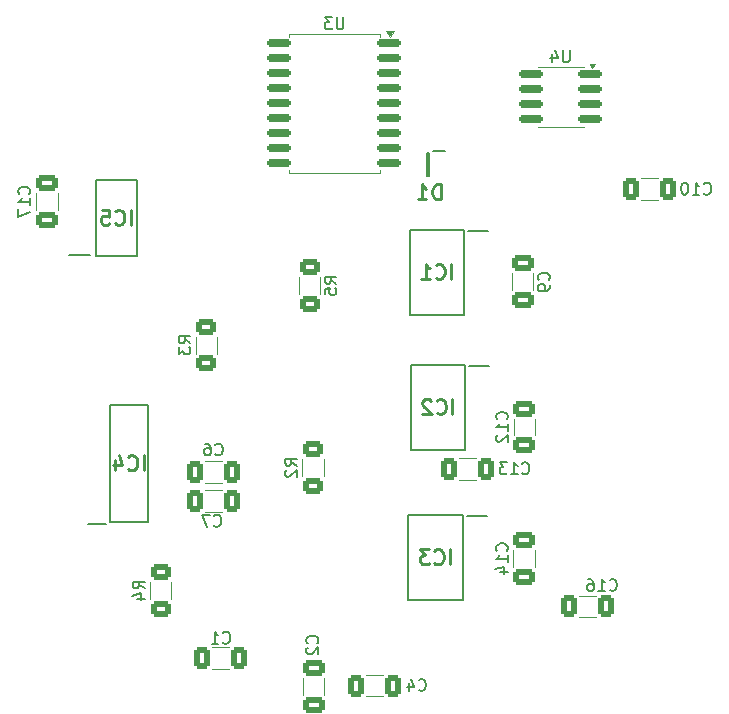
<source format=gbr>
%TF.GenerationSoftware,KiCad,Pcbnew,8.0.1-rc1*%
%TF.CreationDate,2024-08-20T18:32:43-07:00*%
%TF.ProjectId,AMS - CANBus Sensor - Temperature,414d5320-2d20-4434-914e-427573205365,rev?*%
%TF.SameCoordinates,Original*%
%TF.FileFunction,Legend,Bot*%
%TF.FilePolarity,Positive*%
%FSLAX46Y46*%
G04 Gerber Fmt 4.6, Leading zero omitted, Abs format (unit mm)*
G04 Created by KiCad (PCBNEW 8.0.1-rc1) date 2024-08-20 18:32:43*
%MOMM*%
%LPD*%
G01*
G04 APERTURE LIST*
G04 Aperture macros list*
%AMRoundRect*
0 Rectangle with rounded corners*
0 $1 Rounding radius*
0 $2 $3 $4 $5 $6 $7 $8 $9 X,Y pos of 4 corners*
0 Add a 4 corners polygon primitive as box body*
4,1,4,$2,$3,$4,$5,$6,$7,$8,$9,$2,$3,0*
0 Add four circle primitives for the rounded corners*
1,1,$1+$1,$2,$3*
1,1,$1+$1,$4,$5*
1,1,$1+$1,$6,$7*
1,1,$1+$1,$8,$9*
0 Add four rect primitives between the rounded corners*
20,1,$1+$1,$2,$3,$4,$5,0*
20,1,$1+$1,$4,$5,$6,$7,0*
20,1,$1+$1,$6,$7,$8,$9,0*
20,1,$1+$1,$8,$9,$2,$3,0*%
G04 Aperture macros list end*
%ADD10C,0.254000*%
%ADD11C,0.150000*%
%ADD12C,0.200000*%
%ADD13C,0.120000*%
%ADD14C,2.400000*%
%ADD15R,1.500000X1.500000*%
%ADD16C,1.500000*%
%ADD17R,1.920000X1.920000*%
%ADD18C,1.920000*%
%ADD19R,1.850000X0.900000*%
%ADD20R,1.850000X3.200000*%
%ADD21R,1.525000X0.650000*%
%ADD22R,1.000000X0.550000*%
%ADD23C,1.600000*%
%ADD24O,1.600000X1.600000*%
%ADD25R,2.200000X2.200000*%
%ADD26C,2.200000*%
%ADD27R,1.700000X1.700000*%
%ADD28O,1.700000X1.700000*%
%ADD29R,1.600000X1.600000*%
%ADD30RoundRect,0.250000X0.650000X-0.412500X0.650000X0.412500X-0.650000X0.412500X-0.650000X-0.412500X0*%
%ADD31RoundRect,0.250000X-0.650000X0.412500X-0.650000X-0.412500X0.650000X-0.412500X0.650000X0.412500X0*%
%ADD32RoundRect,0.150000X0.825000X0.150000X-0.825000X0.150000X-0.825000X-0.150000X0.825000X-0.150000X0*%
%ADD33R,1.705000X0.450000*%
%ADD34RoundRect,0.250000X-0.412500X-0.650000X0.412500X-0.650000X0.412500X0.650000X-0.412500X0.650000X0*%
%ADD35RoundRect,0.250000X-0.625000X0.400000X-0.625000X-0.400000X0.625000X-0.400000X0.625000X0.400000X0*%
%ADD36RoundRect,0.250000X0.412500X0.650000X-0.412500X0.650000X-0.412500X-0.650000X0.412500X-0.650000X0*%
%ADD37RoundRect,0.150000X0.875000X0.150000X-0.875000X0.150000X-0.875000X-0.150000X0.875000X-0.150000X0*%
%ADD38RoundRect,0.250000X0.625000X-0.400000X0.625000X0.400000X-0.625000X0.400000X-0.625000X-0.400000X0*%
G04 APERTURE END LIST*
D10*
X129567062Y-80512818D02*
X129567062Y-79242818D01*
X128236585Y-80391865D02*
X128297061Y-80452342D01*
X128297061Y-80452342D02*
X128478490Y-80512818D01*
X128478490Y-80512818D02*
X128599442Y-80512818D01*
X128599442Y-80512818D02*
X128780871Y-80452342D01*
X128780871Y-80452342D02*
X128901823Y-80331389D01*
X128901823Y-80331389D02*
X128962300Y-80210437D01*
X128962300Y-80210437D02*
X129022776Y-79968532D01*
X129022776Y-79968532D02*
X129022776Y-79787103D01*
X129022776Y-79787103D02*
X128962300Y-79545199D01*
X128962300Y-79545199D02*
X128901823Y-79424246D01*
X128901823Y-79424246D02*
X128780871Y-79303294D01*
X128780871Y-79303294D02*
X128599442Y-79242818D01*
X128599442Y-79242818D02*
X128478490Y-79242818D01*
X128478490Y-79242818D02*
X128297061Y-79303294D01*
X128297061Y-79303294D02*
X128236585Y-79363770D01*
X127087538Y-79242818D02*
X127692300Y-79242818D01*
X127692300Y-79242818D02*
X127752776Y-79847580D01*
X127752776Y-79847580D02*
X127692300Y-79787103D01*
X127692300Y-79787103D02*
X127571347Y-79726627D01*
X127571347Y-79726627D02*
X127268966Y-79726627D01*
X127268966Y-79726627D02*
X127148014Y-79787103D01*
X127148014Y-79787103D02*
X127087538Y-79847580D01*
X127087538Y-79847580D02*
X127027061Y-79968532D01*
X127027061Y-79968532D02*
X127027061Y-80270913D01*
X127027061Y-80270913D02*
X127087538Y-80391865D01*
X127087538Y-80391865D02*
X127148014Y-80452342D01*
X127148014Y-80452342D02*
X127268966Y-80512818D01*
X127268966Y-80512818D02*
X127571347Y-80512818D01*
X127571347Y-80512818D02*
X127692300Y-80452342D01*
X127692300Y-80452342D02*
X127752776Y-80391865D01*
X130653762Y-101292918D02*
X130653762Y-100022918D01*
X129323285Y-101171965D02*
X129383761Y-101232442D01*
X129383761Y-101232442D02*
X129565190Y-101292918D01*
X129565190Y-101292918D02*
X129686142Y-101292918D01*
X129686142Y-101292918D02*
X129867571Y-101232442D01*
X129867571Y-101232442D02*
X129988523Y-101111489D01*
X129988523Y-101111489D02*
X130049000Y-100990537D01*
X130049000Y-100990537D02*
X130109476Y-100748632D01*
X130109476Y-100748632D02*
X130109476Y-100567203D01*
X130109476Y-100567203D02*
X130049000Y-100325299D01*
X130049000Y-100325299D02*
X129988523Y-100204346D01*
X129988523Y-100204346D02*
X129867571Y-100083394D01*
X129867571Y-100083394D02*
X129686142Y-100022918D01*
X129686142Y-100022918D02*
X129565190Y-100022918D01*
X129565190Y-100022918D02*
X129383761Y-100083394D01*
X129383761Y-100083394D02*
X129323285Y-100143870D01*
X128234714Y-100446251D02*
X128234714Y-101292918D01*
X128537095Y-99962442D02*
X128839476Y-100869584D01*
X128839476Y-100869584D02*
X128053285Y-100869584D01*
X155801664Y-78356751D02*
X155801664Y-77086751D01*
X155801664Y-77086751D02*
X155499283Y-77086751D01*
X155499283Y-77086751D02*
X155317854Y-77147227D01*
X155317854Y-77147227D02*
X155196902Y-77268179D01*
X155196902Y-77268179D02*
X155136425Y-77389132D01*
X155136425Y-77389132D02*
X155075949Y-77631036D01*
X155075949Y-77631036D02*
X155075949Y-77812465D01*
X155075949Y-77812465D02*
X155136425Y-78054370D01*
X155136425Y-78054370D02*
X155196902Y-78175322D01*
X155196902Y-78175322D02*
X155317854Y-78296275D01*
X155317854Y-78296275D02*
X155499283Y-78356751D01*
X155499283Y-78356751D02*
X155801664Y-78356751D01*
X153866425Y-78356751D02*
X154592140Y-78356751D01*
X154229283Y-78356751D02*
X154229283Y-77086751D01*
X154229283Y-77086751D02*
X154350235Y-77268179D01*
X154350235Y-77268179D02*
X154471187Y-77389132D01*
X154471187Y-77389132D02*
X154592140Y-77449608D01*
D11*
X120942020Y-77892509D02*
X120989640Y-77844890D01*
X120989640Y-77844890D02*
X121037259Y-77702033D01*
X121037259Y-77702033D02*
X121037259Y-77606795D01*
X121037259Y-77606795D02*
X120989640Y-77463938D01*
X120989640Y-77463938D02*
X120894401Y-77368700D01*
X120894401Y-77368700D02*
X120799163Y-77321081D01*
X120799163Y-77321081D02*
X120608687Y-77273462D01*
X120608687Y-77273462D02*
X120465830Y-77273462D01*
X120465830Y-77273462D02*
X120275354Y-77321081D01*
X120275354Y-77321081D02*
X120180116Y-77368700D01*
X120180116Y-77368700D02*
X120084878Y-77463938D01*
X120084878Y-77463938D02*
X120037259Y-77606795D01*
X120037259Y-77606795D02*
X120037259Y-77702033D01*
X120037259Y-77702033D02*
X120084878Y-77844890D01*
X120084878Y-77844890D02*
X120132497Y-77892509D01*
X121037259Y-78844890D02*
X121037259Y-78273462D01*
X121037259Y-78559176D02*
X120037259Y-78559176D01*
X120037259Y-78559176D02*
X120180116Y-78463938D01*
X120180116Y-78463938D02*
X120275354Y-78368700D01*
X120275354Y-78368700D02*
X120322973Y-78273462D01*
X120037259Y-79178224D02*
X120037259Y-79844890D01*
X120037259Y-79844890D02*
X121037259Y-79416319D01*
X145344963Y-115928379D02*
X145392583Y-115880760D01*
X145392583Y-115880760D02*
X145440202Y-115737903D01*
X145440202Y-115737903D02*
X145440202Y-115642665D01*
X145440202Y-115642665D02*
X145392583Y-115499808D01*
X145392583Y-115499808D02*
X145297344Y-115404570D01*
X145297344Y-115404570D02*
X145202106Y-115356951D01*
X145202106Y-115356951D02*
X145011630Y-115309332D01*
X145011630Y-115309332D02*
X144868773Y-115309332D01*
X144868773Y-115309332D02*
X144678297Y-115356951D01*
X144678297Y-115356951D02*
X144583059Y-115404570D01*
X144583059Y-115404570D02*
X144487821Y-115499808D01*
X144487821Y-115499808D02*
X144440202Y-115642665D01*
X144440202Y-115642665D02*
X144440202Y-115737903D01*
X144440202Y-115737903D02*
X144487821Y-115880760D01*
X144487821Y-115880760D02*
X144535440Y-115928379D01*
X144535440Y-116309332D02*
X144487821Y-116356951D01*
X144487821Y-116356951D02*
X144440202Y-116452189D01*
X144440202Y-116452189D02*
X144440202Y-116690284D01*
X144440202Y-116690284D02*
X144487821Y-116785522D01*
X144487821Y-116785522D02*
X144535440Y-116833141D01*
X144535440Y-116833141D02*
X144630678Y-116880760D01*
X144630678Y-116880760D02*
X144725916Y-116880760D01*
X144725916Y-116880760D02*
X144868773Y-116833141D01*
X144868773Y-116833141D02*
X145440202Y-116261713D01*
X145440202Y-116261713D02*
X145440202Y-116880760D01*
X166716704Y-65728819D02*
X166716704Y-66538342D01*
X166716704Y-66538342D02*
X166669085Y-66633580D01*
X166669085Y-66633580D02*
X166621466Y-66681200D01*
X166621466Y-66681200D02*
X166526228Y-66728819D01*
X166526228Y-66728819D02*
X166335752Y-66728819D01*
X166335752Y-66728819D02*
X166240514Y-66681200D01*
X166240514Y-66681200D02*
X166192895Y-66633580D01*
X166192895Y-66633580D02*
X166145276Y-66538342D01*
X166145276Y-66538342D02*
X166145276Y-65728819D01*
X165240514Y-66062152D02*
X165240514Y-66728819D01*
X165478609Y-65681200D02*
X165716704Y-66395485D01*
X165716704Y-66395485D02*
X165097657Y-66395485D01*
D10*
X156794562Y-96541018D02*
X156794562Y-95271018D01*
X155464085Y-96420065D02*
X155524561Y-96480542D01*
X155524561Y-96480542D02*
X155705990Y-96541018D01*
X155705990Y-96541018D02*
X155826942Y-96541018D01*
X155826942Y-96541018D02*
X156008371Y-96480542D01*
X156008371Y-96480542D02*
X156129323Y-96359589D01*
X156129323Y-96359589D02*
X156189800Y-96238637D01*
X156189800Y-96238637D02*
X156250276Y-95996732D01*
X156250276Y-95996732D02*
X156250276Y-95815303D01*
X156250276Y-95815303D02*
X156189800Y-95573399D01*
X156189800Y-95573399D02*
X156129323Y-95452446D01*
X156129323Y-95452446D02*
X156008371Y-95331494D01*
X156008371Y-95331494D02*
X155826942Y-95271018D01*
X155826942Y-95271018D02*
X155705990Y-95271018D01*
X155705990Y-95271018D02*
X155524561Y-95331494D01*
X155524561Y-95331494D02*
X155464085Y-95391970D01*
X154980276Y-95391970D02*
X154919800Y-95331494D01*
X154919800Y-95331494D02*
X154798847Y-95271018D01*
X154798847Y-95271018D02*
X154496466Y-95271018D01*
X154496466Y-95271018D02*
X154375514Y-95331494D01*
X154375514Y-95331494D02*
X154315038Y-95391970D01*
X154315038Y-95391970D02*
X154254561Y-95512922D01*
X154254561Y-95512922D02*
X154254561Y-95633875D01*
X154254561Y-95633875D02*
X154315038Y-95815303D01*
X154315038Y-95815303D02*
X155040752Y-96541018D01*
X155040752Y-96541018D02*
X154254561Y-96541018D01*
D11*
X178080807Y-77855604D02*
X178128426Y-77903224D01*
X178128426Y-77903224D02*
X178271283Y-77950843D01*
X178271283Y-77950843D02*
X178366521Y-77950843D01*
X178366521Y-77950843D02*
X178509378Y-77903224D01*
X178509378Y-77903224D02*
X178604616Y-77807985D01*
X178604616Y-77807985D02*
X178652235Y-77712747D01*
X178652235Y-77712747D02*
X178699854Y-77522271D01*
X178699854Y-77522271D02*
X178699854Y-77379414D01*
X178699854Y-77379414D02*
X178652235Y-77188938D01*
X178652235Y-77188938D02*
X178604616Y-77093700D01*
X178604616Y-77093700D02*
X178509378Y-76998462D01*
X178509378Y-76998462D02*
X178366521Y-76950843D01*
X178366521Y-76950843D02*
X178271283Y-76950843D01*
X178271283Y-76950843D02*
X178128426Y-76998462D01*
X178128426Y-76998462D02*
X178080807Y-77046081D01*
X177128426Y-77950843D02*
X177699854Y-77950843D01*
X177414140Y-77950843D02*
X177414140Y-76950843D01*
X177414140Y-76950843D02*
X177509378Y-77093700D01*
X177509378Y-77093700D02*
X177604616Y-77188938D01*
X177604616Y-77188938D02*
X177699854Y-77236557D01*
X176509378Y-76950843D02*
X176414140Y-76950843D01*
X176414140Y-76950843D02*
X176318902Y-76998462D01*
X176318902Y-76998462D02*
X176271283Y-77046081D01*
X176271283Y-77046081D02*
X176223664Y-77141319D01*
X176223664Y-77141319D02*
X176176045Y-77331795D01*
X176176045Y-77331795D02*
X176176045Y-77569890D01*
X176176045Y-77569890D02*
X176223664Y-77760366D01*
X176223664Y-77760366D02*
X176271283Y-77855604D01*
X176271283Y-77855604D02*
X176318902Y-77903224D01*
X176318902Y-77903224D02*
X176414140Y-77950843D01*
X176414140Y-77950843D02*
X176509378Y-77950843D01*
X176509378Y-77950843D02*
X176604616Y-77903224D01*
X176604616Y-77903224D02*
X176652235Y-77855604D01*
X176652235Y-77855604D02*
X176699854Y-77760366D01*
X176699854Y-77760366D02*
X176747473Y-77569890D01*
X176747473Y-77569890D02*
X176747473Y-77331795D01*
X176747473Y-77331795D02*
X176699854Y-77141319D01*
X176699854Y-77141319D02*
X176652235Y-77046081D01*
X176652235Y-77046081D02*
X176604616Y-76998462D01*
X176604616Y-76998462D02*
X176509378Y-76950843D01*
X130731219Y-111295633D02*
X130255028Y-110962300D01*
X130731219Y-110724205D02*
X129731219Y-110724205D01*
X129731219Y-110724205D02*
X129731219Y-111105157D01*
X129731219Y-111105157D02*
X129778838Y-111200395D01*
X129778838Y-111200395D02*
X129826457Y-111248014D01*
X129826457Y-111248014D02*
X129921695Y-111295633D01*
X129921695Y-111295633D02*
X130064552Y-111295633D01*
X130064552Y-111295633D02*
X130159790Y-111248014D01*
X130159790Y-111248014D02*
X130207409Y-111200395D01*
X130207409Y-111200395D02*
X130255028Y-111105157D01*
X130255028Y-111105157D02*
X130255028Y-110724205D01*
X130064552Y-112152776D02*
X130731219Y-112152776D01*
X129683600Y-111914681D02*
X130397885Y-111676586D01*
X130397885Y-111676586D02*
X130397885Y-112295633D01*
X164939380Y-85168033D02*
X164987000Y-85120414D01*
X164987000Y-85120414D02*
X165034619Y-84977557D01*
X165034619Y-84977557D02*
X165034619Y-84882319D01*
X165034619Y-84882319D02*
X164987000Y-84739462D01*
X164987000Y-84739462D02*
X164891761Y-84644224D01*
X164891761Y-84644224D02*
X164796523Y-84596605D01*
X164796523Y-84596605D02*
X164606047Y-84548986D01*
X164606047Y-84548986D02*
X164463190Y-84548986D01*
X164463190Y-84548986D02*
X164272714Y-84596605D01*
X164272714Y-84596605D02*
X164177476Y-84644224D01*
X164177476Y-84644224D02*
X164082238Y-84739462D01*
X164082238Y-84739462D02*
X164034619Y-84882319D01*
X164034619Y-84882319D02*
X164034619Y-84977557D01*
X164034619Y-84977557D02*
X164082238Y-85120414D01*
X164082238Y-85120414D02*
X164129857Y-85168033D01*
X165034619Y-85644224D02*
X165034619Y-85834700D01*
X165034619Y-85834700D02*
X164987000Y-85929938D01*
X164987000Y-85929938D02*
X164939380Y-85977557D01*
X164939380Y-85977557D02*
X164796523Y-86072795D01*
X164796523Y-86072795D02*
X164606047Y-86120414D01*
X164606047Y-86120414D02*
X164225095Y-86120414D01*
X164225095Y-86120414D02*
X164129857Y-86072795D01*
X164129857Y-86072795D02*
X164082238Y-86025176D01*
X164082238Y-86025176D02*
X164034619Y-85929938D01*
X164034619Y-85929938D02*
X164034619Y-85739462D01*
X164034619Y-85739462D02*
X164082238Y-85644224D01*
X164082238Y-85644224D02*
X164129857Y-85596605D01*
X164129857Y-85596605D02*
X164225095Y-85548986D01*
X164225095Y-85548986D02*
X164463190Y-85548986D01*
X164463190Y-85548986D02*
X164558428Y-85596605D01*
X164558428Y-85596605D02*
X164606047Y-85644224D01*
X164606047Y-85644224D02*
X164653666Y-85739462D01*
X164653666Y-85739462D02*
X164653666Y-85929938D01*
X164653666Y-85929938D02*
X164606047Y-86025176D01*
X164606047Y-86025176D02*
X164558428Y-86072795D01*
X164558428Y-86072795D02*
X164463190Y-86120414D01*
X153942320Y-119878579D02*
X153989939Y-119926199D01*
X153989939Y-119926199D02*
X154132796Y-119973818D01*
X154132796Y-119973818D02*
X154228034Y-119973818D01*
X154228034Y-119973818D02*
X154370891Y-119926199D01*
X154370891Y-119926199D02*
X154466129Y-119830960D01*
X154466129Y-119830960D02*
X154513748Y-119735722D01*
X154513748Y-119735722D02*
X154561367Y-119545246D01*
X154561367Y-119545246D02*
X154561367Y-119402389D01*
X154561367Y-119402389D02*
X154513748Y-119211913D01*
X154513748Y-119211913D02*
X154466129Y-119116675D01*
X154466129Y-119116675D02*
X154370891Y-119021437D01*
X154370891Y-119021437D02*
X154228034Y-118973818D01*
X154228034Y-118973818D02*
X154132796Y-118973818D01*
X154132796Y-118973818D02*
X153989939Y-119021437D01*
X153989939Y-119021437D02*
X153942320Y-119069056D01*
X153085177Y-119307151D02*
X153085177Y-119973818D01*
X153323272Y-118926199D02*
X153561367Y-119640484D01*
X153561367Y-119640484D02*
X152942320Y-119640484D01*
X147567004Y-62941819D02*
X147567004Y-63751342D01*
X147567004Y-63751342D02*
X147519385Y-63846580D01*
X147519385Y-63846580D02*
X147471766Y-63894200D01*
X147471766Y-63894200D02*
X147376528Y-63941819D01*
X147376528Y-63941819D02*
X147186052Y-63941819D01*
X147186052Y-63941819D02*
X147090814Y-63894200D01*
X147090814Y-63894200D02*
X147043195Y-63846580D01*
X147043195Y-63846580D02*
X146995576Y-63751342D01*
X146995576Y-63751342D02*
X146995576Y-62941819D01*
X146614623Y-62941819D02*
X145995576Y-62941819D01*
X145995576Y-62941819D02*
X146328909Y-63322771D01*
X146328909Y-63322771D02*
X146186052Y-63322771D01*
X146186052Y-63322771D02*
X146090814Y-63370390D01*
X146090814Y-63370390D02*
X146043195Y-63418009D01*
X146043195Y-63418009D02*
X145995576Y-63513247D01*
X145995576Y-63513247D02*
X145995576Y-63751342D01*
X145995576Y-63751342D02*
X146043195Y-63846580D01*
X146043195Y-63846580D02*
X146090814Y-63894200D01*
X146090814Y-63894200D02*
X146186052Y-63941819D01*
X146186052Y-63941819D02*
X146471766Y-63941819D01*
X146471766Y-63941819D02*
X146567004Y-63894200D01*
X146567004Y-63894200D02*
X146614623Y-63846580D01*
X146977819Y-85480133D02*
X146501628Y-85146800D01*
X146977819Y-84908705D02*
X145977819Y-84908705D01*
X145977819Y-84908705D02*
X145977819Y-85289657D01*
X145977819Y-85289657D02*
X146025438Y-85384895D01*
X146025438Y-85384895D02*
X146073057Y-85432514D01*
X146073057Y-85432514D02*
X146168295Y-85480133D01*
X146168295Y-85480133D02*
X146311152Y-85480133D01*
X146311152Y-85480133D02*
X146406390Y-85432514D01*
X146406390Y-85432514D02*
X146454009Y-85384895D01*
X146454009Y-85384895D02*
X146501628Y-85289657D01*
X146501628Y-85289657D02*
X146501628Y-84908705D01*
X145977819Y-86384895D02*
X145977819Y-85908705D01*
X145977819Y-85908705D02*
X146454009Y-85861086D01*
X146454009Y-85861086D02*
X146406390Y-85908705D01*
X146406390Y-85908705D02*
X146358771Y-86003943D01*
X146358771Y-86003943D02*
X146358771Y-86242038D01*
X146358771Y-86242038D02*
X146406390Y-86337276D01*
X146406390Y-86337276D02*
X146454009Y-86384895D01*
X146454009Y-86384895D02*
X146549247Y-86432514D01*
X146549247Y-86432514D02*
X146787342Y-86432514D01*
X146787342Y-86432514D02*
X146882580Y-86384895D01*
X146882580Y-86384895D02*
X146930200Y-86337276D01*
X146930200Y-86337276D02*
X146977819Y-86242038D01*
X146977819Y-86242038D02*
X146977819Y-86003943D01*
X146977819Y-86003943D02*
X146930200Y-85908705D01*
X146930200Y-85908705D02*
X146882580Y-85861086D01*
X134607819Y-90532033D02*
X134131628Y-90198700D01*
X134607819Y-89960605D02*
X133607819Y-89960605D01*
X133607819Y-89960605D02*
X133607819Y-90341557D01*
X133607819Y-90341557D02*
X133655438Y-90436795D01*
X133655438Y-90436795D02*
X133703057Y-90484414D01*
X133703057Y-90484414D02*
X133798295Y-90532033D01*
X133798295Y-90532033D02*
X133941152Y-90532033D01*
X133941152Y-90532033D02*
X134036390Y-90484414D01*
X134036390Y-90484414D02*
X134084009Y-90436795D01*
X134084009Y-90436795D02*
X134131628Y-90341557D01*
X134131628Y-90341557D02*
X134131628Y-89960605D01*
X133607819Y-90865367D02*
X133607819Y-91484414D01*
X133607819Y-91484414D02*
X133988771Y-91151081D01*
X133988771Y-91151081D02*
X133988771Y-91293938D01*
X133988771Y-91293938D02*
X134036390Y-91389176D01*
X134036390Y-91389176D02*
X134084009Y-91436795D01*
X134084009Y-91436795D02*
X134179247Y-91484414D01*
X134179247Y-91484414D02*
X134417342Y-91484414D01*
X134417342Y-91484414D02*
X134512580Y-91436795D01*
X134512580Y-91436795D02*
X134560200Y-91389176D01*
X134560200Y-91389176D02*
X134607819Y-91293938D01*
X134607819Y-91293938D02*
X134607819Y-91008224D01*
X134607819Y-91008224D02*
X134560200Y-90912986D01*
X134560200Y-90912986D02*
X134512580Y-90865367D01*
D10*
X156603762Y-109250118D02*
X156603762Y-107980118D01*
X155273285Y-109129165D02*
X155333761Y-109189642D01*
X155333761Y-109189642D02*
X155515190Y-109250118D01*
X155515190Y-109250118D02*
X155636142Y-109250118D01*
X155636142Y-109250118D02*
X155817571Y-109189642D01*
X155817571Y-109189642D02*
X155938523Y-109068689D01*
X155938523Y-109068689D02*
X155999000Y-108947737D01*
X155999000Y-108947737D02*
X156059476Y-108705832D01*
X156059476Y-108705832D02*
X156059476Y-108524403D01*
X156059476Y-108524403D02*
X155999000Y-108282499D01*
X155999000Y-108282499D02*
X155938523Y-108161546D01*
X155938523Y-108161546D02*
X155817571Y-108040594D01*
X155817571Y-108040594D02*
X155636142Y-107980118D01*
X155636142Y-107980118D02*
X155515190Y-107980118D01*
X155515190Y-107980118D02*
X155333761Y-108040594D01*
X155333761Y-108040594D02*
X155273285Y-108101070D01*
X154849952Y-107980118D02*
X154063761Y-107980118D01*
X154063761Y-107980118D02*
X154487095Y-108463927D01*
X154487095Y-108463927D02*
X154305666Y-108463927D01*
X154305666Y-108463927D02*
X154184714Y-108524403D01*
X154184714Y-108524403D02*
X154124238Y-108584880D01*
X154124238Y-108584880D02*
X154063761Y-108705832D01*
X154063761Y-108705832D02*
X154063761Y-109008213D01*
X154063761Y-109008213D02*
X154124238Y-109129165D01*
X154124238Y-109129165D02*
X154184714Y-109189642D01*
X154184714Y-109189642D02*
X154305666Y-109250118D01*
X154305666Y-109250118D02*
X154668523Y-109250118D01*
X154668523Y-109250118D02*
X154789476Y-109189642D01*
X154789476Y-109189642D02*
X154849952Y-109129165D01*
D11*
X137354254Y-115871040D02*
X137401873Y-115918660D01*
X137401873Y-115918660D02*
X137544730Y-115966279D01*
X137544730Y-115966279D02*
X137639968Y-115966279D01*
X137639968Y-115966279D02*
X137782825Y-115918660D01*
X137782825Y-115918660D02*
X137878063Y-115823421D01*
X137878063Y-115823421D02*
X137925682Y-115728183D01*
X137925682Y-115728183D02*
X137973301Y-115537707D01*
X137973301Y-115537707D02*
X137973301Y-115394850D01*
X137973301Y-115394850D02*
X137925682Y-115204374D01*
X137925682Y-115204374D02*
X137878063Y-115109136D01*
X137878063Y-115109136D02*
X137782825Y-115013898D01*
X137782825Y-115013898D02*
X137639968Y-114966279D01*
X137639968Y-114966279D02*
X137544730Y-114966279D01*
X137544730Y-114966279D02*
X137401873Y-115013898D01*
X137401873Y-115013898D02*
X137354254Y-115061517D01*
X136401873Y-115966279D02*
X136973301Y-115966279D01*
X136687587Y-115966279D02*
X136687587Y-114966279D01*
X136687587Y-114966279D02*
X136782825Y-115109136D01*
X136782825Y-115109136D02*
X136878063Y-115204374D01*
X136878063Y-115204374D02*
X136973301Y-115251993D01*
X143630419Y-100892333D02*
X143154228Y-100559000D01*
X143630419Y-100320905D02*
X142630419Y-100320905D01*
X142630419Y-100320905D02*
X142630419Y-100701857D01*
X142630419Y-100701857D02*
X142678038Y-100797095D01*
X142678038Y-100797095D02*
X142725657Y-100844714D01*
X142725657Y-100844714D02*
X142820895Y-100892333D01*
X142820895Y-100892333D02*
X142963752Y-100892333D01*
X142963752Y-100892333D02*
X143058990Y-100844714D01*
X143058990Y-100844714D02*
X143106609Y-100797095D01*
X143106609Y-100797095D02*
X143154228Y-100701857D01*
X143154228Y-100701857D02*
X143154228Y-100320905D01*
X142725657Y-101273286D02*
X142678038Y-101320905D01*
X142678038Y-101320905D02*
X142630419Y-101416143D01*
X142630419Y-101416143D02*
X142630419Y-101654238D01*
X142630419Y-101654238D02*
X142678038Y-101749476D01*
X142678038Y-101749476D02*
X142725657Y-101797095D01*
X142725657Y-101797095D02*
X142820895Y-101844714D01*
X142820895Y-101844714D02*
X142916133Y-101844714D01*
X142916133Y-101844714D02*
X143058990Y-101797095D01*
X143058990Y-101797095D02*
X143630419Y-101225667D01*
X143630419Y-101225667D02*
X143630419Y-101844714D01*
D10*
X156702762Y-85090518D02*
X156702762Y-83820518D01*
X155372285Y-84969565D02*
X155432761Y-85030042D01*
X155432761Y-85030042D02*
X155614190Y-85090518D01*
X155614190Y-85090518D02*
X155735142Y-85090518D01*
X155735142Y-85090518D02*
X155916571Y-85030042D01*
X155916571Y-85030042D02*
X156037523Y-84909089D01*
X156037523Y-84909089D02*
X156098000Y-84788137D01*
X156098000Y-84788137D02*
X156158476Y-84546232D01*
X156158476Y-84546232D02*
X156158476Y-84364803D01*
X156158476Y-84364803D02*
X156098000Y-84122899D01*
X156098000Y-84122899D02*
X156037523Y-84001946D01*
X156037523Y-84001946D02*
X155916571Y-83880994D01*
X155916571Y-83880994D02*
X155735142Y-83820518D01*
X155735142Y-83820518D02*
X155614190Y-83820518D01*
X155614190Y-83820518D02*
X155432761Y-83880994D01*
X155432761Y-83880994D02*
X155372285Y-83941470D01*
X154162761Y-85090518D02*
X154888476Y-85090518D01*
X154525619Y-85090518D02*
X154525619Y-83820518D01*
X154525619Y-83820518D02*
X154646571Y-84001946D01*
X154646571Y-84001946D02*
X154767523Y-84122899D01*
X154767523Y-84122899D02*
X154888476Y-84183375D01*
D11*
X161399280Y-96985742D02*
X161446900Y-96938123D01*
X161446900Y-96938123D02*
X161494519Y-96795266D01*
X161494519Y-96795266D02*
X161494519Y-96700028D01*
X161494519Y-96700028D02*
X161446900Y-96557171D01*
X161446900Y-96557171D02*
X161351661Y-96461933D01*
X161351661Y-96461933D02*
X161256423Y-96414314D01*
X161256423Y-96414314D02*
X161065947Y-96366695D01*
X161065947Y-96366695D02*
X160923090Y-96366695D01*
X160923090Y-96366695D02*
X160732614Y-96414314D01*
X160732614Y-96414314D02*
X160637376Y-96461933D01*
X160637376Y-96461933D02*
X160542138Y-96557171D01*
X160542138Y-96557171D02*
X160494519Y-96700028D01*
X160494519Y-96700028D02*
X160494519Y-96795266D01*
X160494519Y-96795266D02*
X160542138Y-96938123D01*
X160542138Y-96938123D02*
X160589757Y-96985742D01*
X161494519Y-97938123D02*
X161494519Y-97366695D01*
X161494519Y-97652409D02*
X160494519Y-97652409D01*
X160494519Y-97652409D02*
X160637376Y-97557171D01*
X160637376Y-97557171D02*
X160732614Y-97461933D01*
X160732614Y-97461933D02*
X160780233Y-97366695D01*
X160589757Y-98319076D02*
X160542138Y-98366695D01*
X160542138Y-98366695D02*
X160494519Y-98461933D01*
X160494519Y-98461933D02*
X160494519Y-98700028D01*
X160494519Y-98700028D02*
X160542138Y-98795266D01*
X160542138Y-98795266D02*
X160589757Y-98842885D01*
X160589757Y-98842885D02*
X160684995Y-98890504D01*
X160684995Y-98890504D02*
X160780233Y-98890504D01*
X160780233Y-98890504D02*
X160923090Y-98842885D01*
X160923090Y-98842885D02*
X161494519Y-98271457D01*
X161494519Y-98271457D02*
X161494519Y-98890504D01*
X136596138Y-105960347D02*
X136643757Y-106007967D01*
X136643757Y-106007967D02*
X136786614Y-106055586D01*
X136786614Y-106055586D02*
X136881852Y-106055586D01*
X136881852Y-106055586D02*
X137024709Y-106007967D01*
X137024709Y-106007967D02*
X137119947Y-105912728D01*
X137119947Y-105912728D02*
X137167566Y-105817490D01*
X137167566Y-105817490D02*
X137215185Y-105627014D01*
X137215185Y-105627014D02*
X137215185Y-105484157D01*
X137215185Y-105484157D02*
X137167566Y-105293681D01*
X137167566Y-105293681D02*
X137119947Y-105198443D01*
X137119947Y-105198443D02*
X137024709Y-105103205D01*
X137024709Y-105103205D02*
X136881852Y-105055586D01*
X136881852Y-105055586D02*
X136786614Y-105055586D01*
X136786614Y-105055586D02*
X136643757Y-105103205D01*
X136643757Y-105103205D02*
X136596138Y-105150824D01*
X136262804Y-105055586D02*
X135596138Y-105055586D01*
X135596138Y-105055586D02*
X136024709Y-106055586D01*
X162689934Y-101530987D02*
X162737553Y-101578607D01*
X162737553Y-101578607D02*
X162880410Y-101626226D01*
X162880410Y-101626226D02*
X162975648Y-101626226D01*
X162975648Y-101626226D02*
X163118505Y-101578607D01*
X163118505Y-101578607D02*
X163213743Y-101483368D01*
X163213743Y-101483368D02*
X163261362Y-101388130D01*
X163261362Y-101388130D02*
X163308981Y-101197654D01*
X163308981Y-101197654D02*
X163308981Y-101054797D01*
X163308981Y-101054797D02*
X163261362Y-100864321D01*
X163261362Y-100864321D02*
X163213743Y-100769083D01*
X163213743Y-100769083D02*
X163118505Y-100673845D01*
X163118505Y-100673845D02*
X162975648Y-100626226D01*
X162975648Y-100626226D02*
X162880410Y-100626226D01*
X162880410Y-100626226D02*
X162737553Y-100673845D01*
X162737553Y-100673845D02*
X162689934Y-100721464D01*
X161737553Y-101626226D02*
X162308981Y-101626226D01*
X162023267Y-101626226D02*
X162023267Y-100626226D01*
X162023267Y-100626226D02*
X162118505Y-100769083D01*
X162118505Y-100769083D02*
X162213743Y-100864321D01*
X162213743Y-100864321D02*
X162308981Y-100911940D01*
X161404219Y-100626226D02*
X160785172Y-100626226D01*
X160785172Y-100626226D02*
X161118505Y-101007178D01*
X161118505Y-101007178D02*
X160975648Y-101007178D01*
X160975648Y-101007178D02*
X160880410Y-101054797D01*
X160880410Y-101054797D02*
X160832791Y-101102416D01*
X160832791Y-101102416D02*
X160785172Y-101197654D01*
X160785172Y-101197654D02*
X160785172Y-101435749D01*
X160785172Y-101435749D02*
X160832791Y-101530987D01*
X160832791Y-101530987D02*
X160880410Y-101578607D01*
X160880410Y-101578607D02*
X160975648Y-101626226D01*
X160975648Y-101626226D02*
X161261362Y-101626226D01*
X161261362Y-101626226D02*
X161356600Y-101578607D01*
X161356600Y-101578607D02*
X161404219Y-101530987D01*
X136726566Y-99941180D02*
X136774185Y-99988800D01*
X136774185Y-99988800D02*
X136917042Y-100036419D01*
X136917042Y-100036419D02*
X137012280Y-100036419D01*
X137012280Y-100036419D02*
X137155137Y-99988800D01*
X137155137Y-99988800D02*
X137250375Y-99893561D01*
X137250375Y-99893561D02*
X137297994Y-99798323D01*
X137297994Y-99798323D02*
X137345613Y-99607847D01*
X137345613Y-99607847D02*
X137345613Y-99464990D01*
X137345613Y-99464990D02*
X137297994Y-99274514D01*
X137297994Y-99274514D02*
X137250375Y-99179276D01*
X137250375Y-99179276D02*
X137155137Y-99084038D01*
X137155137Y-99084038D02*
X137012280Y-99036419D01*
X137012280Y-99036419D02*
X136917042Y-99036419D01*
X136917042Y-99036419D02*
X136774185Y-99084038D01*
X136774185Y-99084038D02*
X136726566Y-99131657D01*
X135869423Y-99036419D02*
X136059899Y-99036419D01*
X136059899Y-99036419D02*
X136155137Y-99084038D01*
X136155137Y-99084038D02*
X136202756Y-99131657D01*
X136202756Y-99131657D02*
X136297994Y-99274514D01*
X136297994Y-99274514D02*
X136345613Y-99464990D01*
X136345613Y-99464990D02*
X136345613Y-99845942D01*
X136345613Y-99845942D02*
X136297994Y-99941180D01*
X136297994Y-99941180D02*
X136250375Y-99988800D01*
X136250375Y-99988800D02*
X136155137Y-100036419D01*
X136155137Y-100036419D02*
X135964661Y-100036419D01*
X135964661Y-100036419D02*
X135869423Y-99988800D01*
X135869423Y-99988800D02*
X135821804Y-99941180D01*
X135821804Y-99941180D02*
X135774185Y-99845942D01*
X135774185Y-99845942D02*
X135774185Y-99607847D01*
X135774185Y-99607847D02*
X135821804Y-99512609D01*
X135821804Y-99512609D02*
X135869423Y-99464990D01*
X135869423Y-99464990D02*
X135964661Y-99417371D01*
X135964661Y-99417371D02*
X136155137Y-99417371D01*
X136155137Y-99417371D02*
X136250375Y-99464990D01*
X136250375Y-99464990D02*
X136297994Y-99512609D01*
X136297994Y-99512609D02*
X136345613Y-99607847D01*
X161378680Y-108109542D02*
X161426300Y-108061923D01*
X161426300Y-108061923D02*
X161473919Y-107919066D01*
X161473919Y-107919066D02*
X161473919Y-107823828D01*
X161473919Y-107823828D02*
X161426300Y-107680971D01*
X161426300Y-107680971D02*
X161331061Y-107585733D01*
X161331061Y-107585733D02*
X161235823Y-107538114D01*
X161235823Y-107538114D02*
X161045347Y-107490495D01*
X161045347Y-107490495D02*
X160902490Y-107490495D01*
X160902490Y-107490495D02*
X160712014Y-107538114D01*
X160712014Y-107538114D02*
X160616776Y-107585733D01*
X160616776Y-107585733D02*
X160521538Y-107680971D01*
X160521538Y-107680971D02*
X160473919Y-107823828D01*
X160473919Y-107823828D02*
X160473919Y-107919066D01*
X160473919Y-107919066D02*
X160521538Y-108061923D01*
X160521538Y-108061923D02*
X160569157Y-108109542D01*
X161473919Y-109061923D02*
X161473919Y-108490495D01*
X161473919Y-108776209D02*
X160473919Y-108776209D01*
X160473919Y-108776209D02*
X160616776Y-108680971D01*
X160616776Y-108680971D02*
X160712014Y-108585733D01*
X160712014Y-108585733D02*
X160759633Y-108490495D01*
X160807252Y-109919066D02*
X161473919Y-109919066D01*
X160426300Y-109680971D02*
X161140585Y-109442876D01*
X161140585Y-109442876D02*
X161140585Y-110061923D01*
X170098439Y-111402035D02*
X170146058Y-111449655D01*
X170146058Y-111449655D02*
X170288915Y-111497274D01*
X170288915Y-111497274D02*
X170384153Y-111497274D01*
X170384153Y-111497274D02*
X170527010Y-111449655D01*
X170527010Y-111449655D02*
X170622248Y-111354416D01*
X170622248Y-111354416D02*
X170669867Y-111259178D01*
X170669867Y-111259178D02*
X170717486Y-111068702D01*
X170717486Y-111068702D02*
X170717486Y-110925845D01*
X170717486Y-110925845D02*
X170669867Y-110735369D01*
X170669867Y-110735369D02*
X170622248Y-110640131D01*
X170622248Y-110640131D02*
X170527010Y-110544893D01*
X170527010Y-110544893D02*
X170384153Y-110497274D01*
X170384153Y-110497274D02*
X170288915Y-110497274D01*
X170288915Y-110497274D02*
X170146058Y-110544893D01*
X170146058Y-110544893D02*
X170098439Y-110592512D01*
X169146058Y-111497274D02*
X169717486Y-111497274D01*
X169431772Y-111497274D02*
X169431772Y-110497274D01*
X169431772Y-110497274D02*
X169527010Y-110640131D01*
X169527010Y-110640131D02*
X169622248Y-110735369D01*
X169622248Y-110735369D02*
X169717486Y-110782988D01*
X168288915Y-110497274D02*
X168479391Y-110497274D01*
X168479391Y-110497274D02*
X168574629Y-110544893D01*
X168574629Y-110544893D02*
X168622248Y-110592512D01*
X168622248Y-110592512D02*
X168717486Y-110735369D01*
X168717486Y-110735369D02*
X168765105Y-110925845D01*
X168765105Y-110925845D02*
X168765105Y-111306797D01*
X168765105Y-111306797D02*
X168717486Y-111402035D01*
X168717486Y-111402035D02*
X168669867Y-111449655D01*
X168669867Y-111449655D02*
X168574629Y-111497274D01*
X168574629Y-111497274D02*
X168384153Y-111497274D01*
X168384153Y-111497274D02*
X168288915Y-111449655D01*
X168288915Y-111449655D02*
X168241296Y-111402035D01*
X168241296Y-111402035D02*
X168193677Y-111306797D01*
X168193677Y-111306797D02*
X168193677Y-111068702D01*
X168193677Y-111068702D02*
X168241296Y-110973464D01*
X168241296Y-110973464D02*
X168288915Y-110925845D01*
X168288915Y-110925845D02*
X168384153Y-110878226D01*
X168384153Y-110878226D02*
X168574629Y-110878226D01*
X168574629Y-110878226D02*
X168669867Y-110925845D01*
X168669867Y-110925845D02*
X168717486Y-110973464D01*
X168717486Y-110973464D02*
X168765105Y-111068702D01*
D12*
%TO.C,IC5*%
X130077300Y-83188500D02*
X126577300Y-83188500D01*
X130077300Y-76688500D02*
X130077300Y-83188500D01*
X126577300Y-76688500D02*
X130077300Y-76688500D01*
X126577300Y-83188500D02*
X126577300Y-76688500D01*
X126152300Y-83038500D02*
X124302300Y-83038500D01*
%TO.C,IC4*%
X131014000Y-105668600D02*
X127814000Y-105668600D01*
X131014000Y-95768600D02*
X131014000Y-105668600D01*
X127814000Y-95768600D02*
X131014000Y-95768600D01*
X127814000Y-105668600D02*
X127814000Y-95768600D01*
X127464000Y-105838600D02*
X125939000Y-105838600D01*
%TO.C,D1*%
X154605900Y-74394100D02*
X154805900Y-74394100D01*
X154605900Y-76394100D02*
X154605900Y-74394100D01*
X154805900Y-76394100D02*
X154605900Y-76394100D01*
X154805900Y-74394100D02*
X154805900Y-76394100D01*
X155155900Y-74219100D02*
X156155900Y-74219100D01*
D13*
%TO.C,C17*%
X121542500Y-77834348D02*
X121542500Y-79256852D01*
X123362500Y-77834348D02*
X123362500Y-79256852D01*
%TO.C,C2*%
X144136300Y-120311952D02*
X144136300Y-118889448D01*
X145956300Y-120311952D02*
X145956300Y-118889448D01*
%TO.C,U4*%
X164004800Y-67114000D02*
X165954800Y-67114000D01*
X164004800Y-72234000D02*
X165954800Y-72234000D01*
X167904800Y-67114000D02*
X165954800Y-67114000D01*
X167904800Y-72234000D02*
X165954800Y-72234000D01*
X168654800Y-67209000D02*
X168414800Y-66879000D01*
X168894800Y-66879000D01*
X168654800Y-67209000D01*
G36*
X168654800Y-67209000D02*
G01*
X168414800Y-66879000D01*
X168894800Y-66879000D01*
X168654800Y-67209000D01*
G37*
D12*
%TO.C,IC2*%
X153259800Y-92366700D02*
X157849800Y-92366700D01*
X153259800Y-99566700D02*
X153259800Y-92366700D01*
X157849800Y-92366700D02*
X157849800Y-99566700D01*
X157849800Y-99566700D02*
X153259800Y-99566700D01*
X158199800Y-92466700D02*
X159904800Y-92466700D01*
D13*
%TO.C,C10*%
X174166352Y-76546100D02*
X172743848Y-76546100D01*
X174166352Y-78366100D02*
X172743848Y-78366100D01*
%TO.C,R4*%
X131186400Y-112189364D02*
X131186400Y-110735236D01*
X133006400Y-112189364D02*
X133006400Y-110735236D01*
%TO.C,C9*%
X161819800Y-84623448D02*
X161819800Y-86045952D01*
X163639800Y-84623448D02*
X163639800Y-86045952D01*
%TO.C,C4*%
X149469748Y-118605100D02*
X150892252Y-118605100D01*
X149469748Y-120425100D02*
X150892252Y-120425100D01*
%TO.C,U3*%
X142945100Y-64322000D02*
X146805100Y-64322000D01*
X142945100Y-64567000D02*
X142945100Y-64322000D01*
X142945100Y-75847000D02*
X142945100Y-76092000D01*
X142945100Y-76092000D02*
X146805100Y-76092000D01*
X150665100Y-64322000D02*
X146805100Y-64322000D01*
X150665100Y-64567000D02*
X150665100Y-64322000D01*
X150665100Y-75847000D02*
X150665100Y-76092000D01*
X150665100Y-76092000D02*
X146805100Y-76092000D01*
X151517600Y-64567000D02*
X151177600Y-64097000D01*
X151857600Y-64097000D01*
X151517600Y-64567000D01*
G36*
X151517600Y-64567000D02*
G01*
X151177600Y-64097000D01*
X151857600Y-64097000D01*
X151517600Y-64567000D01*
G37*
%TO.C,R5*%
X143793000Y-84919736D02*
X143793000Y-86373864D01*
X145613000Y-84919736D02*
X145613000Y-86373864D01*
%TO.C,R3*%
X135063000Y-91425764D02*
X135063000Y-89971636D01*
X136883000Y-91425764D02*
X136883000Y-89971636D01*
D12*
%TO.C,IC3*%
X153069000Y-105075800D02*
X157659000Y-105075800D01*
X153069000Y-112275800D02*
X153069000Y-105075800D01*
X157659000Y-105075800D02*
X157659000Y-112275800D01*
X157659000Y-112275800D02*
X153069000Y-112275800D01*
X158009000Y-105175800D02*
X159714000Y-105175800D01*
D13*
%TO.C,C1*%
X136443348Y-116289700D02*
X137865852Y-116289700D01*
X136443348Y-118109700D02*
X137865852Y-118109700D01*
%TO.C,R2*%
X144085600Y-101786064D02*
X144085600Y-100331936D01*
X145905600Y-101786064D02*
X145905600Y-100331936D01*
D12*
%TO.C,IC1*%
X153168000Y-80916200D02*
X157758000Y-80916200D01*
X153168000Y-88116200D02*
X153168000Y-80916200D01*
X157758000Y-80916200D02*
X157758000Y-88116200D01*
X157758000Y-88116200D02*
X153168000Y-88116200D01*
X158108000Y-81016200D02*
X159813000Y-81016200D01*
D13*
%TO.C,C12*%
X161979700Y-98339852D02*
X161979700Y-96917348D01*
X163799700Y-98339852D02*
X163799700Y-96917348D01*
%TO.C,C7*%
X135852348Y-102991500D02*
X137274852Y-102991500D01*
X135852348Y-104811500D02*
X137274852Y-104811500D01*
%TO.C,C13*%
X158794752Y-100265400D02*
X157372248Y-100265400D01*
X158794752Y-102085400D02*
X157372248Y-102085400D01*
%TO.C,C6*%
X135848648Y-100521600D02*
X137271152Y-100521600D01*
X135848648Y-102341600D02*
X137271152Y-102341600D01*
%TO.C,C14*%
X161959100Y-109463652D02*
X161959100Y-108041148D01*
X163779100Y-109463652D02*
X163779100Y-108041148D01*
%TO.C,C16*%
X167537348Y-111909400D02*
X168959852Y-111909400D01*
X167537348Y-113729400D02*
X168959852Y-113729400D01*
%TD*%
%LPC*%
D14*
%TO.C,U5*%
X134999500Y-70018000D03*
X134999500Y-73418000D03*
X125079500Y-70018000D03*
X125079500Y-73418000D03*
%TD*%
D15*
%TO.C,Reset1*%
X135385300Y-113752500D03*
D16*
X128885300Y-113752500D03*
X135385300Y-109252500D03*
X128885300Y-109252500D03*
%TD*%
D17*
%TO.C,Q1*%
X136586000Y-84423600D03*
D18*
X136586000Y-81883600D03*
X136586000Y-79343600D03*
%TD*%
D19*
%TO.C,IC5*%
X125227300Y-82238500D03*
X125227300Y-79938500D03*
X125227300Y-77638500D03*
D20*
X131427300Y-79938500D03*
%TD*%
D21*
%TO.C,IC4*%
X126702000Y-105163600D03*
X126702000Y-103893600D03*
X126702000Y-102623600D03*
X126702000Y-101353600D03*
X126702000Y-100083600D03*
X126702000Y-98813600D03*
X126702000Y-97543600D03*
X126702000Y-96273600D03*
X132126000Y-96273600D03*
X132126000Y-97543600D03*
X132126000Y-98813600D03*
X132126000Y-100083600D03*
X132126000Y-101353600D03*
X132126000Y-102623600D03*
X132126000Y-103893600D03*
X132126000Y-105163600D03*
%TD*%
D22*
%TO.C,D1*%
X155655900Y-74744100D03*
X155655900Y-76044100D03*
X153755900Y-75394100D03*
%TD*%
D23*
%TO.C,R7*%
X139116100Y-58260700D03*
D24*
X141656100Y-58260700D03*
%TD*%
D25*
%TO.C,J1*%
X157148000Y-71872800D03*
D26*
X157148000Y-69332800D03*
X157148000Y-66792800D03*
X157148000Y-64252800D03*
%TD*%
D23*
%TO.C,NTC1*%
X135965600Y-94809500D03*
D24*
X135965600Y-97349500D03*
%TD*%
D27*
%TO.C,J3*%
X146767300Y-124094700D03*
D28*
X144227300Y-124094700D03*
X141687300Y-124094700D03*
X139147300Y-124094700D03*
X136607300Y-124094700D03*
X134067300Y-124094700D03*
%TD*%
D25*
%TO.C,J15*%
X167848300Y-96013700D03*
D26*
X167848300Y-93473700D03*
X167848300Y-90933700D03*
X167848300Y-88393700D03*
%TD*%
D23*
%TO.C,R6*%
X159962900Y-75582300D03*
D24*
X157422900Y-75582300D03*
%TD*%
D25*
%TO.C,J14*%
X167892100Y-83986200D03*
D26*
X167892100Y-81446200D03*
X167892100Y-78906200D03*
X167892100Y-76366200D03*
%TD*%
D25*
%TO.C,J16*%
X167909100Y-108390600D03*
D26*
X167909100Y-105850600D03*
X167909100Y-103310600D03*
X167909100Y-100770600D03*
%TD*%
D27*
%TO.C,Powerboard1*%
X130976300Y-92602600D03*
D28*
X130976300Y-90062600D03*
X130976300Y-87522600D03*
%TD*%
D29*
%TO.C,U2*%
X140929500Y-81761800D03*
D24*
X140929500Y-84301800D03*
X140929500Y-86841800D03*
X140929500Y-89381800D03*
X140929500Y-91921800D03*
X140929500Y-94461800D03*
X140929500Y-97001800D03*
X140929500Y-99541800D03*
X140929500Y-102081800D03*
X140929500Y-104621800D03*
X140929500Y-107161800D03*
X140929500Y-109701800D03*
X140929500Y-112241800D03*
X140929500Y-114781800D03*
X148549500Y-114781800D03*
X148549500Y-112241800D03*
X148549500Y-109701800D03*
X148549500Y-107161800D03*
X148549500Y-104621800D03*
X148549500Y-102081800D03*
X148549500Y-99541800D03*
X148549500Y-97001800D03*
X148549500Y-94461800D03*
X148549500Y-91921800D03*
X148549500Y-89381800D03*
X148549500Y-86841800D03*
X148549500Y-84301800D03*
X148549500Y-81761800D03*
%TD*%
D27*
%TO.C,J5*%
X139049600Y-61738500D03*
D28*
X141589600Y-61738500D03*
%TD*%
D16*
%TO.C,Y2*%
X156482900Y-115391200D03*
X161362900Y-115391200D03*
%TD*%
%TO.C,Y1*%
X135241300Y-119345300D03*
X140121300Y-119345300D03*
%TD*%
D30*
%TO.C,C17*%
X122452500Y-80108100D03*
X122452500Y-76983100D03*
%TD*%
D31*
%TO.C,C2*%
X145046300Y-118038200D03*
X145046300Y-121163200D03*
%TD*%
D32*
%TO.C,U4*%
X168429800Y-67769000D03*
X168429800Y-69039000D03*
X168429800Y-70309000D03*
X168429800Y-71579000D03*
X163479800Y-71579000D03*
X163479800Y-70309000D03*
X163479800Y-69039000D03*
X163479800Y-67769000D03*
%TD*%
D33*
%TO.C,IC2*%
X159052800Y-93041700D03*
X159052800Y-93691700D03*
X159052800Y-94341700D03*
X159052800Y-94991700D03*
X159052800Y-95641700D03*
X159052800Y-96291700D03*
X159052800Y-96941700D03*
X159052800Y-97591700D03*
X159052800Y-98241700D03*
X159052800Y-98891700D03*
X152056800Y-98891700D03*
X152056800Y-98241700D03*
X152056800Y-97591700D03*
X152056800Y-96941700D03*
X152056800Y-96291700D03*
X152056800Y-95641700D03*
X152056800Y-94991700D03*
X152056800Y-94341700D03*
X152056800Y-93691700D03*
X152056800Y-93041700D03*
%TD*%
D34*
%TO.C,C10*%
X171892600Y-77456100D03*
X175017600Y-77456100D03*
%TD*%
D35*
%TO.C,R4*%
X132096400Y-109912300D03*
X132096400Y-113012300D03*
%TD*%
D30*
%TO.C,C9*%
X162729800Y-86897200D03*
X162729800Y-83772200D03*
%TD*%
D36*
%TO.C,C4*%
X151743500Y-119515100D03*
X148618500Y-119515100D03*
%TD*%
D37*
%TO.C,U3*%
X151455100Y-65127000D03*
X151455100Y-66397000D03*
X151455100Y-67667000D03*
X151455100Y-68937000D03*
X151455100Y-70207000D03*
X151455100Y-71477000D03*
X151455100Y-72747000D03*
X151455100Y-74017000D03*
X151455100Y-75287000D03*
X142155100Y-75287000D03*
X142155100Y-74017000D03*
X142155100Y-72747000D03*
X142155100Y-71477000D03*
X142155100Y-70207000D03*
X142155100Y-68937000D03*
X142155100Y-67667000D03*
X142155100Y-66397000D03*
X142155100Y-65127000D03*
%TD*%
D38*
%TO.C,R5*%
X144703000Y-87196800D03*
X144703000Y-84096800D03*
%TD*%
D35*
%TO.C,R3*%
X135973000Y-89148700D03*
X135973000Y-92248700D03*
%TD*%
D33*
%TO.C,IC3*%
X158862000Y-105750800D03*
X158862000Y-106400800D03*
X158862000Y-107050800D03*
X158862000Y-107700800D03*
X158862000Y-108350800D03*
X158862000Y-109000800D03*
X158862000Y-109650800D03*
X158862000Y-110300800D03*
X158862000Y-110950800D03*
X158862000Y-111600800D03*
X151866000Y-111600800D03*
X151866000Y-110950800D03*
X151866000Y-110300800D03*
X151866000Y-109650800D03*
X151866000Y-109000800D03*
X151866000Y-108350800D03*
X151866000Y-107700800D03*
X151866000Y-107050800D03*
X151866000Y-106400800D03*
X151866000Y-105750800D03*
%TD*%
D36*
%TO.C,C1*%
X138717100Y-117199700D03*
X135592100Y-117199700D03*
%TD*%
D35*
%TO.C,R2*%
X144995600Y-99509000D03*
X144995600Y-102609000D03*
%TD*%
D33*
%TO.C,IC1*%
X158961000Y-81591200D03*
X158961000Y-82241200D03*
X158961000Y-82891200D03*
X158961000Y-83541200D03*
X158961000Y-84191200D03*
X158961000Y-84841200D03*
X158961000Y-85491200D03*
X158961000Y-86141200D03*
X158961000Y-86791200D03*
X158961000Y-87441200D03*
X151965000Y-87441200D03*
X151965000Y-86791200D03*
X151965000Y-86141200D03*
X151965000Y-85491200D03*
X151965000Y-84841200D03*
X151965000Y-84191200D03*
X151965000Y-83541200D03*
X151965000Y-82891200D03*
X151965000Y-82241200D03*
X151965000Y-81591200D03*
%TD*%
D31*
%TO.C,C12*%
X162889700Y-96066100D03*
X162889700Y-99191100D03*
%TD*%
D36*
%TO.C,C7*%
X138126100Y-103901500D03*
X135001100Y-103901500D03*
%TD*%
D34*
%TO.C,C13*%
X156521000Y-101175400D03*
X159646000Y-101175400D03*
%TD*%
D36*
%TO.C,C6*%
X138122400Y-101431600D03*
X134997400Y-101431600D03*
%TD*%
D31*
%TO.C,C14*%
X162869100Y-107189900D03*
X162869100Y-110314900D03*
%TD*%
D36*
%TO.C,C16*%
X169811100Y-112819400D03*
X166686100Y-112819400D03*
%TD*%
%LPD*%
M02*

</source>
